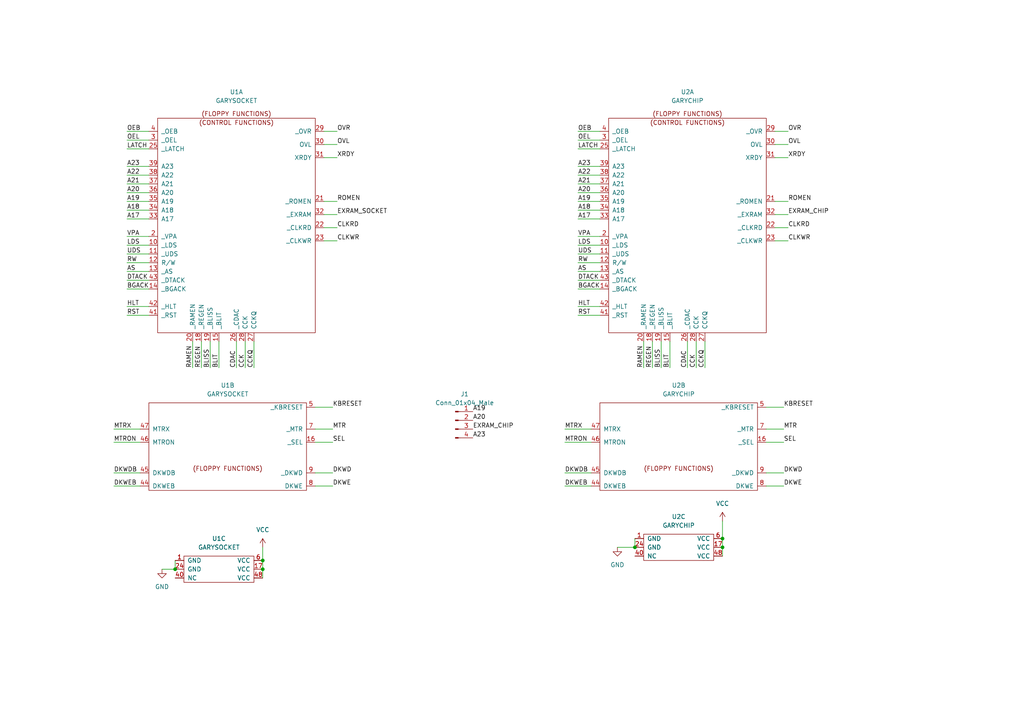
<source format=kicad_sch>
(kicad_sch (version 20230121) (generator eeschema)
  (paper "A4")
  (lib_symbols
    (symbol "Connector:Conn_01x04_Male" (pin_names (offset 1.016) hide)
      (property "Reference" "J" (at 0 5.08 0))
      (property "Value" "Conn_01x04_Male" (at 0 -7.62 0))
      (symbol "Conn_01x04_Male_1_1"
        (polyline (pts (xy 1.27 -5.08) (xy 0.8636 -5.08)) (stroke (width 0.1524)))
        (polyline (pts (xy 1.27 -2.54) (xy 0.8636 -2.54)) (stroke (width 0.1524)))
        (polyline (pts (xy 1.27 0) (xy 0.8636 0)) (stroke (width 0.1524)))
        (polyline (pts (xy 1.27 2.54) (xy 0.8636 2.54)) (stroke (width 0.1524)))
        (rectangle (start 0.8636 -4.953) (end 0 -5.207) (stroke (width 0.1524)) (fill (type outline)))
        (rectangle (start 0.8636 -2.413) (end 0 -2.667) (stroke (width 0.1524)) (fill (type outline)))
        (rectangle (start 0.8636 0.127) (end 0 -0.127) (stroke (width 0.1524)) (fill (type outline)))
        (rectangle (start 0.8636 2.667) (end 0 2.413) (stroke (width 0.1524)) (fill (type outline)))
        (pin passive line (at 5.08 2.54 180) (length 3.81) (name "Pin_1") (number "1"))
        (pin passive line (at 5.08 0 180) (length 3.81) (name "Pin_2") (number "2"))
        (pin passive line (at 5.08 -2.54 180) (length 3.81) (name "Pin_3") (number "3"))
        (pin passive line (at 5.08 -5.08 180) (length 3.81) (name "Pin_4") (number "4"))
      )
    )
    (symbol "amiga_customs:GARY5719" (pin_names (offset 1.016))
      (property "Reference" "U" (at 0 3.81 0))
      (property "Value" "GARY5719" (at 0 3.81 0))
      (symbol "GARY5719_1_0"
        (rectangle (start -22.86 -1.27) (end 22.86 -63.5))
        (text "(CONTROL FUNCTIONS)" (at 0 -2.54 0) (effects (font (size 1.27 1.27))))
        (text "(FLOPPY FUNCTIONS)" (at 0 0 0) (effects (font (size 1.27 1.27))))
        (pin input line (at -25.4 -38.1 0) (length 2.54) (name "_LDS") (number "10"))
        (pin input line (at -25.4 -40.64 0) (length 2.54) (name "_UDS") (number "11"))
        (pin input line (at -25.4 -43.18 0) (length 2.54) (name "R/W") (number "12"))
        (pin input line (at -25.4 -45.72 0) (length 2.54) (name "_AS") (number "13"))
        (pin input line (at -25.4 -50.8 0) (length 2.54) (name "_BGACK") (number "14"))
        (pin input line (at -5.08 -66.04 90) (length 2.54) (name "_BLIT") (number "15"))
        (pin output line (at -10.16 -66.04 90) (length 2.54) (name "_REGEN") (number "18"))
        (pin output line (at -7.62 -66.04 90) (length 2.54) (name "_BLISS") (number "19"))
        (pin output line (at -25.4 -35.56 0) (length 2.54) (name "_VPA") (number "2"))
        (pin output line (at -12.7 -66.04 90) (length 2.54) (name "_RAMEN") (number "20"))
        (pin output line (at 25.4 -25.4 180) (length 2.54) (name "_ROMEN") (number "21"))
        (pin output line (at 25.4 -33.02 180) (length 2.54) (name "_CLKRD") (number "22"))
        (pin output line (at 25.4 -36.83 180) (length 2.54) (name "_CLKWR") (number "23"))
        (pin output line (at -25.4 -10.16 0) (length 2.54) (name "_LATCH") (number "25"))
        (pin input line (at 0 -66.04 90) (length 2.54) (name "_CDAC") (number "26"))
        (pin input line (at 5.08 -66.04 90) (length 2.54) (name "CCKQ") (number "27"))
        (pin input line (at 2.54 -66.04 90) (length 2.54) (name "CCK") (number "28"))
        (pin input line (at 25.4 -5.08 180) (length 2.54) (name "_OVR") (number "29"))
        (pin output line (at -25.4 -7.62 0) (length 2.54) (name "_OEL") (number "3"))
        (pin input line (at 25.4 -8.89 180) (length 2.54) (name "OVL") (number "30"))
        (pin input line (at 25.4 -12.7 180) (length 2.54) (name "XRDY") (number "31"))
        (pin input line (at 25.4 -29.21 180) (length 2.54) (name "_EXRAM") (number "32"))
        (pin input line (at -25.4 -30.48 0) (length 2.54) (name "A17") (number "33"))
        (pin input line (at -25.4 -27.94 0) (length 2.54) (name "A18") (number "34"))
        (pin input line (at -25.4 -25.4 0) (length 2.54) (name "A19") (number "35"))
        (pin input line (at -25.4 -22.86 0) (length 2.54) (name "A20") (number "36"))
        (pin input line (at -25.4 -20.32 0) (length 2.54) (name "A21") (number "37"))
        (pin input line (at -25.4 -17.78 0) (length 2.54) (name "A22") (number "38"))
        (pin input line (at -25.4 -15.24 0) (length 2.54) (name "A23") (number "39"))
        (pin output line (at -25.4 -5.08 0) (length 2.54) (name "_OEB") (number "4"))
        (pin input line (at -25.4 -58.42 0) (length 2.54) (name "_RST") (number "41"))
        (pin output line (at -25.4 -55.88 0) (length 2.54) (name "_HLT") (number "42"))
        (pin output line (at -25.4 -48.26 0) (length 2.54) (name "_DTACK") (number "43"))
      )
      (symbol "GARY5719_2_0"
        (rectangle (start -22.86 -1.27) (end 22.86 -26.67))
        (text "(FLOPPY FUNCTIONS)" (at 0 -20.32 0) (effects (font (size 1.27 1.27))))
        (pin input line (at 25.4 -12.7 180) (length 2.54) (name "_SEL") (number "16"))
        (pin output line (at -25.4 -25.4 0) (length 2.54) (name "DKWEB") (number "44"))
        (pin output line (at -25.4 -21.59 0) (length 2.54) (name "DKWDB") (number "45"))
        (pin output line (at -25.4 -12.7 0) (length 2.54) (name "MTRON") (number "46"))
        (pin output line (at -25.4 -8.89 0) (length 2.54) (name "MTRX") (number "47"))
        (pin input line (at 25.4 -2.54 180) (length 2.54) (name "_KBRESET") (number "5"))
        (pin input line (at 25.4 -8.89 180) (length 2.54) (name "_MTR") (number "7"))
        (pin input line (at 25.4 -25.4 180) (length 2.54) (name "DKWE") (number "8"))
        (pin input line (at 25.4 -21.59 180) (length 2.54) (name "_DKWD") (number "9"))
      )
      (symbol "GARY5719_3_0"
        (rectangle (start -10.16 -1.27) (end 10.16 -8.89))
        (pin power_in line (at -12.7 -2.54 0) (length 2.54) (name "GND") (number "1"))
        (pin power_in line (at 12.7 -5.08 180) (length 2.54) (name "VCC") (number "17"))
        (pin power_in line (at -12.7 -5.08 0) (length 2.54) (name "GND") (number "24"))
        (pin power_in line (at -12.7 -7.62 0) (length 2.54) (name "NC") (number "40"))
        (pin power_in line (at 12.7 -7.62 180) (length 2.54) (name "VCC") (number "48"))
        (pin power_in line (at 12.7 -2.54 180) (length 2.54) (name "VCC") (number "6"))
      )
    )
    (symbol "power:GND" (power) (pin_names (offset 0))
      (property "Value" "GND" (at 0 -3.81 0))
      (symbol "GND_0_1"
        (polyline (pts (xy 0 0) (xy 0 -1.27) (xy 1.27 -1.27) (xy 0 -2.54) (xy -1.27 -1.27) (xy 0 -1.27)))
      )
      (symbol "GND_1_1"
        (pin power_in line (at 0 0 270) (length 0) hide (name "GND") (number "1"))
      )
    )
    (symbol "power:VCC" (power) (pin_names (offset 0))
      (property "Value" "VCC" (at 0 3.81 0))
      (symbol "VCC_0_1"
        (polyline (pts (xy -0.762 1.27) (xy 0 2.54)))
        (polyline (pts (xy 0 0) (xy 0 2.54)))
        (polyline (pts (xy 0 2.54) (xy 0.762 1.27)))
      )
      (symbol "VCC_1_1"
        (pin power_in line (at 0 0 90) (length 0) hide (name "VCC") (number "1"))
      )
    )
  )
  (junction (at 209.55 156.21) (diameter 0.9144))
  (junction (at 76.2 165.1) (diameter 0.9144))
  (junction (at 184.15 158.75) (diameter 0.9144))
  (junction (at 50.8 165.1) (diameter 0.9144))
  (junction (at 209.55 158.75) (diameter 0.9144))
  (junction (at 76.2 162.56) (diameter 0.9144))
  (wire (pts (xy 224.79 45.72) (xy 228.6 45.72)))
  (wire (pts (xy 76.2 165.1) (xy 76.2 167.64)))
  (wire (pts (xy 76.2 158.75) (xy 76.2 162.56)))
  (wire (pts (xy 33.02 137.16) (xy 40.64 137.16)))
  (wire (pts (xy 199.39 99.06) (xy 199.39 106.68)))
  (wire (pts (xy 224.79 69.85) (xy 228.6 69.85)))
  (wire (pts (xy 33.02 124.46) (xy 40.64 124.46)))
  (wire (pts (xy 209.55 156.21) (xy 209.55 158.75)))
  (wire (pts (xy 194.31 99.06) (xy 194.31 106.68)))
  (wire (pts (xy 167.64 68.58) (xy 173.99 68.58)))
  (wire (pts (xy 36.83 63.5) (xy 43.18 63.5)))
  (wire (pts (xy 71.12 99.06) (xy 71.12 106.68)))
  (wire (pts (xy 68.58 99.06) (xy 68.58 106.68)))
  (wire (pts (xy 163.83 124.46) (xy 171.45 124.46)))
  (wire (pts (xy 60.96 99.06) (xy 60.96 106.68)))
  (wire (pts (xy 163.83 140.97) (xy 171.45 140.97)))
  (wire (pts (xy 36.83 50.8) (xy 43.18 50.8)))
  (wire (pts (xy 167.64 38.1) (xy 173.99 38.1)))
  (wire (pts (xy 179.07 158.75) (xy 184.15 158.75)))
  (wire (pts (xy 36.83 58.42) (xy 43.18 58.42)))
  (wire (pts (xy 222.25 124.46) (xy 227.33 124.46)))
  (wire (pts (xy 167.64 60.96) (xy 173.99 60.96)))
  (wire (pts (xy 93.98 69.85) (xy 97.79 69.85)))
  (wire (pts (xy 204.47 99.06) (xy 204.47 106.68)))
  (wire (pts (xy 167.64 88.9) (xy 173.99 88.9)))
  (wire (pts (xy 36.83 73.66) (xy 43.18 73.66)))
  (wire (pts (xy 222.25 137.16) (xy 227.33 137.16)))
  (wire (pts (xy 224.79 41.91) (xy 228.6 41.91)))
  (wire (pts (xy 73.66 99.06) (xy 73.66 106.68)))
  (wire (pts (xy 184.15 156.21) (xy 184.15 158.75)))
  (wire (pts (xy 36.83 55.88) (xy 43.18 55.88)))
  (wire (pts (xy 167.64 55.88) (xy 173.99 55.88)))
  (wire (pts (xy 167.64 71.12) (xy 173.99 71.12)))
  (wire (pts (xy 189.23 99.06) (xy 189.23 106.68)))
  (wire (pts (xy 201.93 99.06) (xy 201.93 106.68)))
  (wire (pts (xy 167.64 73.66) (xy 173.99 73.66)))
  (wire (pts (xy 91.44 124.46) (xy 96.52 124.46)))
  (wire (pts (xy 167.64 50.8) (xy 173.99 50.8)))
  (wire (pts (xy 36.83 78.74) (xy 43.18 78.74)))
  (wire (pts (xy 93.98 41.91) (xy 97.79 41.91)))
  (wire (pts (xy 36.83 38.1) (xy 43.18 38.1)))
  (wire (pts (xy 167.64 78.74) (xy 173.99 78.74)))
  (wire (pts (xy 36.83 43.18) (xy 43.18 43.18)))
  (wire (pts (xy 63.5 99.06) (xy 63.5 106.68)))
  (wire (pts (xy 224.79 58.42) (xy 228.6 58.42)))
  (wire (pts (xy 36.83 53.34) (xy 43.18 53.34)))
  (wire (pts (xy 167.64 58.42) (xy 173.99 58.42)))
  (wire (pts (xy 167.64 53.34) (xy 173.99 53.34)))
  (wire (pts (xy 36.83 71.12) (xy 43.18 71.12)))
  (wire (pts (xy 91.44 140.97) (xy 96.52 140.97)))
  (wire (pts (xy 33.02 128.27) (xy 40.64 128.27)))
  (wire (pts (xy 167.64 43.18) (xy 173.99 43.18)))
  (wire (pts (xy 36.83 88.9) (xy 43.18 88.9)))
  (wire (pts (xy 167.64 76.2) (xy 173.99 76.2)))
  (wire (pts (xy 36.83 60.96) (xy 43.18 60.96)))
  (wire (pts (xy 93.98 62.23) (xy 97.79 62.23)))
  (wire (pts (xy 93.98 58.42) (xy 97.79 58.42)))
  (wire (pts (xy 36.83 91.44) (xy 43.18 91.44)))
  (wire (pts (xy 167.64 63.5) (xy 173.99 63.5)))
  (wire (pts (xy 222.25 140.97) (xy 227.33 140.97)))
  (wire (pts (xy 209.55 158.75) (xy 209.55 161.29)))
  (wire (pts (xy 224.79 62.23) (xy 228.6 62.23)))
  (wire (pts (xy 163.83 137.16) (xy 171.45 137.16)))
  (wire (pts (xy 167.64 48.26) (xy 173.99 48.26)))
  (wire (pts (xy 36.83 83.82) (xy 43.18 83.82)))
  (wire (pts (xy 91.44 128.27) (xy 96.52 128.27)))
  (wire (pts (xy 163.83 128.27) (xy 171.45 128.27)))
  (wire (pts (xy 33.02 140.97) (xy 40.64 140.97)))
  (wire (pts (xy 222.25 118.11) (xy 227.33 118.11)))
  (wire (pts (xy 222.25 128.27) (xy 227.33 128.27)))
  (wire (pts (xy 58.42 99.06) (xy 58.42 106.68)))
  (wire (pts (xy 76.2 162.56) (xy 76.2 165.1)))
  (wire (pts (xy 36.83 76.2) (xy 43.18 76.2)))
  (wire (pts (xy 167.64 40.64) (xy 173.99 40.64)))
  (wire (pts (xy 36.83 48.26) (xy 43.18 48.26)))
  (wire (pts (xy 93.98 38.1) (xy 97.79 38.1)))
  (wire (pts (xy 36.83 68.58) (xy 43.18 68.58)))
  (wire (pts (xy 186.69 99.06) (xy 186.69 106.68)))
  (wire (pts (xy 50.8 162.56) (xy 50.8 165.1)))
  (wire (pts (xy 167.64 83.82) (xy 173.99 83.82)))
  (wire (pts (xy 46.99 165.1) (xy 50.8 165.1)))
  (wire (pts (xy 36.83 81.28) (xy 43.18 81.28)))
  (wire (pts (xy 191.77 99.06) (xy 191.77 106.68)))
  (wire (pts (xy 93.98 45.72) (xy 97.79 45.72)))
  (wire (pts (xy 167.64 81.28) (xy 173.99 81.28)))
  (wire (pts (xy 93.98 66.04) (xy 97.79 66.04)))
  (wire (pts (xy 209.55 151.13) (xy 209.55 156.21)))
  (wire (pts (xy 36.83 40.64) (xy 43.18 40.64)))
  (wire (pts (xy 91.44 137.16) (xy 96.52 137.16)))
  (wire (pts (xy 224.79 38.1) (xy 228.6 38.1)))
  (wire (pts (xy 55.88 99.06) (xy 55.88 106.68)))
  (wire (pts (xy 91.44 118.11) (xy 96.52 118.11)))
  (wire (pts (xy 167.64 91.44) (xy 173.99 91.44)))
  (wire (pts (xy 224.79 66.04) (xy 228.6 66.04)))
  (label "DKWEB" (at 163.83 140.97 0))
  (label "A20" (at 137.16 121.92 0))
  (label "A19" (at 167.64 58.42 0))
  (label "A20" (at 167.64 55.88 0))
  (label "MTR" (at 227.33 124.46 0))
  (label "DKWDB" (at 163.83 137.16 0))
  (label "AS" (at 167.64 78.74 0))
  (label "RST" (at 36.83 91.44 0))
  (label "CCK" (at 201.93 106.68 90))
  (label "DKWDB" (at 33.02 137.16 0))
  (label "DTACK" (at 36.83 81.28 0))
  (label "DKWD" (at 96.52 137.16 0))
  (label "CLKWR" (at 97.79 69.85 0))
  (label "MTR" (at 96.52 124.46 0))
  (label "REGEN" (at 189.23 106.68 90))
  (label "A19" (at 137.16 119.38 0))
  (label "KBRESET" (at 227.33 118.11 0))
  (label "BGACK" (at 167.64 83.82 0))
  (label "MTRON" (at 163.83 128.27 0))
  (label "SEL" (at 227.33 128.27 0))
  (label "XRDY" (at 228.6 45.72 0))
  (label "DKWD" (at 227.33 137.16 0))
  (label "HLT" (at 36.83 88.9 0))
  (label "CCKQ" (at 204.47 106.68 90))
  (label "EXRAM_CHIP" (at 228.6 62.23 0))
  (label "SEL" (at 96.52 128.27 0))
  (label "A22" (at 36.83 50.8 0))
  (label "LDS" (at 167.64 71.12 0))
  (label "EXRAM_SOCKET" (at 97.79 62.23 0))
  (label "LATCH" (at 36.83 43.18 0))
  (label "LDS" (at 36.83 71.12 0))
  (label "OEL" (at 167.64 40.64 0))
  (label "OVR" (at 97.79 38.1 0))
  (label "OEL" (at 36.83 40.64 0))
  (label "CCKQ" (at 73.66 106.68 90))
  (label "EXRAM_CHIP" (at 137.16 124.46 0))
  (label "A17" (at 36.83 63.5 0))
  (label "MTRON" (at 33.02 128.27 0))
  (label "A19" (at 36.83 58.42 0))
  (label "BLIT" (at 194.31 106.68 90))
  (label "A18" (at 167.64 60.96 0))
  (label "RW" (at 167.64 76.2 0))
  (label "VPA" (at 167.64 68.58 0))
  (label "MTRX" (at 33.02 124.46 0))
  (label "A23" (at 36.83 48.26 0))
  (label "BLIT" (at 63.5 106.68 90))
  (label "CCK" (at 71.12 106.68 90))
  (label "RST" (at 167.64 91.44 0))
  (label "OVL" (at 97.79 41.91 0))
  (label "AS" (at 36.83 78.74 0))
  (label "A22" (at 167.64 50.8 0))
  (label "A17" (at 167.64 63.5 0))
  (label "OEB" (at 167.64 38.1 0))
  (label "REGEN" (at 58.42 106.68 90))
  (label "A18" (at 36.83 60.96 0))
  (label "DTACK" (at 167.64 81.28 0))
  (label "OEB" (at 36.83 38.1 0))
  (label "CLKRD" (at 97.79 66.04 0))
  (label "A21" (at 167.64 53.34 0))
  (label "A23" (at 137.16 127 0))
  (label "OVL" (at 228.6 41.91 0))
  (label "VPA" (at 36.83 68.58 0))
  (label "XRDY" (at 97.79 45.72 0))
  (label "DKWEB" (at 33.02 140.97 0))
  (label "HLT" (at 167.64 88.9 0))
  (label "UDS" (at 167.64 73.66 0))
  (label "LATCH" (at 167.64 43.18 0))
  (label "CLKRD" (at 228.6 66.04 0))
  (label "BGACK" (at 36.83 83.82 0))
  (label "DKWE" (at 96.52 140.97 0))
  (label "BLISS" (at 191.77 106.68 90))
  (label "MTRX" (at 163.83 124.46 0))
  (label "A21" (at 36.83 53.34 0))
  (label "ROMEN" (at 97.79 58.42 0))
  (label "CDAC" (at 68.58 106.68 90))
  (label "A23" (at 167.64 48.26 0))
  (label "KBRESET" (at 96.52 118.11 0))
  (label "CDAC" (at 199.39 106.68 90))
  (label "A20" (at 36.83 55.88 0))
  (label "CLKWR" (at 228.6 69.85 0))
  (label "OVR" (at 228.6 38.1 0))
  (label "UDS" (at 36.83 73.66 0))
  (label "DKWE" (at 227.33 140.97 0))
  (label "RAMEN" (at 55.88 106.68 90))
  (label "ROMEN" (at 228.6 58.42 0))
  (label "BLISS" (at 60.96 106.68 90))
  (label "RW" (at 36.83 76.2 0))
  (label "RAMEN" (at 186.69 106.68 90))
  (symbol (lib_id "amiga_customs:GARY5719") (at 68.58 33.02 0) (unit 1)
    (property "Reference" "U1" (at 68.58 26.67 0))
    (property "Value" "GARYSOCKET" (at 68.58 29.21 0))
    (property "Footprint" "Package_DIP:DIP-48_W15.24mm_Socket_LongPads" (effects hide))
  )
  (symbol (lib_id "amiga_customs:GARY5719") (at 66.04 115.57 0) (unit 2)
    (property "Reference" "U1" (at 66.04 111.76 0))
    (property "Value" "GARYSOCKET" (at 66.04 114.3 0))
    (property "Footprint" "Package_DIP:DIP-48_W15.24mm_Socket_LongPads" (effects hide))
  )
  (symbol (lib_id "power:VCC") (at 209.55 151.13 0) (unit 1)
    (property "Reference" "#PWR04" (effects hide))
    (property "Value" "VCC" (at 209.55 146.05 0))
  )
  (symbol (lib_id "power:GND") (at 179.07 158.75 0) (unit 1)
    (property "Reference" "#PWR03" (effects hide))
    (property "Value" "GND" (at 179.07 163.83 0))
  )
  (symbol (lib_id "amiga_customs:GARY5719") (at 196.85 115.57 0) (unit 2)
    (property "Reference" "U2" (at 196.85 111.76 0))
    (property "Value" "GARYCHIP" (at 196.85 114.3 0))
    (property "Footprint" "Package_DIP:DIP-48_W15.24mm_LongPads" (effects hide))
  )
  (symbol (lib_id "Connector:Conn_01x04_Male") (at 132.08 121.92 0) (unit 1)
    (property "Reference" "J1" (at 134.7724 114.3 0))
    (property "Value" "Conn_01x04_Male" (at 134.7724 116.84 0))
    (property "Footprint" "Connector_PinSocket_1.27mm:PinSocket_1x04_P1.27mm_Vertical" (effects hide))
  )
  (symbol (lib_id "power:GND") (at 46.99 165.1 0) (unit 1)
    (property "Reference" "#PWR01" (effects hide))
    (property "Value" "GND" (at 46.99 170.18 0))
  )
  (symbol (lib_id "amiga_customs:GARY5719") (at 199.39 33.02 0) (unit 1)
    (property "Reference" "U2" (at 199.39 26.67 0))
    (property "Value" "GARYCHIP" (at 199.39 29.21 0))
    (property "Footprint" "Package_DIP:DIP-48_W15.24mm_LongPads" (effects hide))
  )
  (symbol (lib_id "amiga_customs:GARY5719") (at 196.85 153.67 0) (unit 3)
    (property "Reference" "U2" (at 196.85 149.86 0))
    (property "Value" "GARYCHIP" (at 196.85 152.4 0))
    (property "Footprint" "Package_DIP:DIP-48_W15.24mm_LongPads" (effects hide))
  )
  (symbol (lib_id "power:VCC") (at 76.2 158.75 0) (unit 1)
    (property "Reference" "#PWR02" (effects hide))
    (property "Value" "VCC" (at 76.2 153.67 0))
  )
  (symbol (lib_id "amiga_customs:GARY5719") (at 63.5 160.02 0) (unit 3)
    (property "Reference" "U1" (at 63.5 156.21 0))
    (property "Value" "GARYSOCKET" (at 63.5 158.75 0))
    (property "Footprint" "Package_DIP:DIP-48_W15.24mm_Socket_LongPads" (effects hide))
  )
)
</source>
